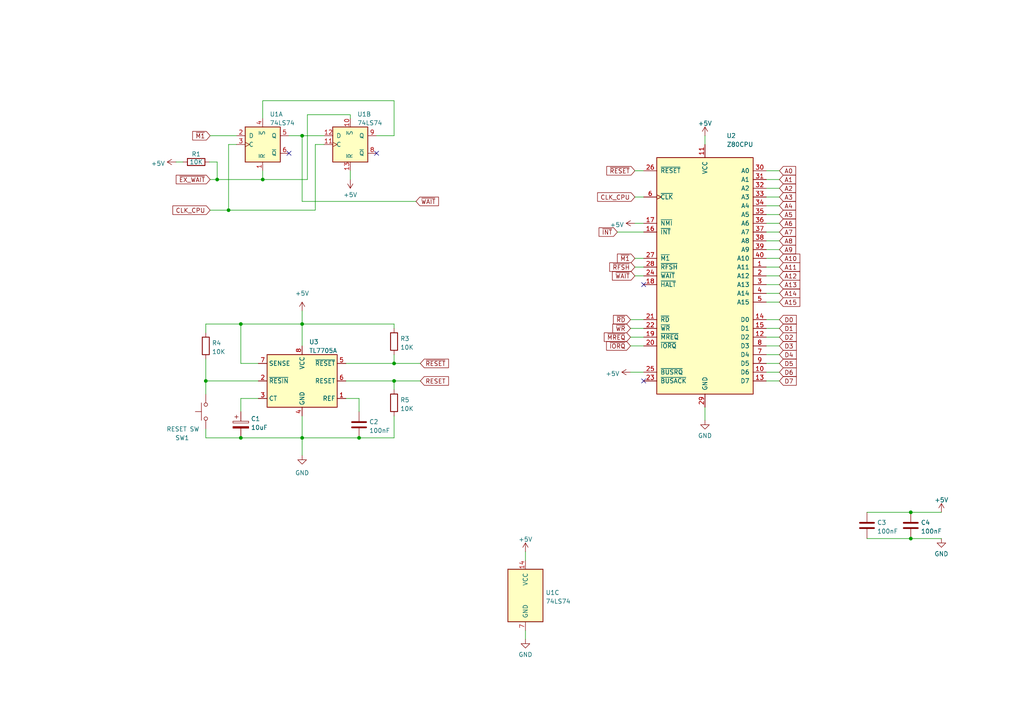
<source format=kicad_sch>
(kicad_sch (version 20250114) (generator "eeschema") (generator_version "9.0")
  (paper "A4")
  (title_block (title "JFF") (date "2025-07-16") (rev "1.1b-TMSHAT") (company "Skoti / herraa1") (comment 1 "Just for Fun - Computer"))
  (lib_symbols
    (symbol "74xx:74LS74" (pin_names (offset 1.016))
      (property "Reference" "U" (at -7.62 8.89 0))
      (property "Value" "74LS74" (at -7.62 -8.89 0))
      (symbol "74LS74_1_0"
        (pin input line (at -7.62 2.54 0) (length 2.54) (name "D") (number "2"))
        (pin input clock (at -7.62 0 0) (length 2.54) (name "C") (number "3"))
        (pin input line (at 0 7.62 270) (length 2.54) (name "~{S}") (number "4"))
        (pin input line (at 0 -7.62 90) (length 2.54) (name "~{R}") (number "1"))
        (pin output line (at 7.62 2.54 180) (length 2.54) (name "Q") (number "5"))
        (pin output line (at 7.62 -2.54 180) (length 2.54) (name "~{Q}") (number "6"))
      )
      (symbol "74LS74_1_1"
        (rectangle (start -5.08 5.08) (end 5.08 -5.08) (stroke (width 0.254)) (fill (type background)))
      )
      (symbol "74LS74_2_0"
        (pin input line (at -7.62 2.54 0) (length 2.54) (name "D") (number "12"))
        (pin input clock (at -7.62 0 0) (length 2.54) (name "C") (number "11"))
        (pin input line (at 0 7.62 270) (length 2.54) (name "~{S}") (number "10"))
        (pin input line (at 0 -7.62 90) (length 2.54) (name "~{R}") (number "13"))
        (pin output line (at 7.62 2.54 180) (length 2.54) (name "Q") (number "9"))
        (pin output line (at 7.62 -2.54 180) (length 2.54) (name "~{Q}") (number "8"))
      )
      (symbol "74LS74_2_1"
        (rectangle (start -5.08 5.08) (end 5.08 -5.08) (stroke (width 0.254)) (fill (type background)))
      )
      (symbol "74LS74_3_0"
        (pin power_in line (at 0 10.16 270) (length 2.54) (name "VCC") (number "14"))
        (pin power_in line (at 0 -10.16 90) (length 2.54) (name "GND") (number "7"))
      )
      (symbol "74LS74_3_1"
        (rectangle (start -5.08 7.62) (end 5.08 -7.62) (stroke (width 0.254)) (fill (type background)))
      )
    )
    (symbol "CPU:Z80CPU" (pin_names (offset 1.016))
      (property "Reference" "U" (at -13.97 35.56 0))
      (property "Value" "Z80CPU" (at 6.35 35.56 0))
      (symbol "Z80CPU_0_1"
        (rectangle (start -13.97 34.29) (end 13.97 -34.29) (stroke (width 0.254)) (fill (type background)))
      )
      (symbol "Z80CPU_1_1"
        (pin input line (at -17.78 30.48 0) (length 3.81) (name "~{RESET}") (number "26"))
        (pin input clock (at -17.78 22.86 0) (length 3.81) (name "~{CLK}") (number "6"))
        (pin input line (at -17.78 15.24 0) (length 3.81) (name "~{NMI}") (number "17"))
        (pin input line (at -17.78 12.7 0) (length 3.81) (name "~{INT}") (number "16"))
        (pin output line (at -17.78 5.08 0) (length 3.81) (name "~{M1}") (number "27"))
        (pin output line (at -17.78 2.54 0) (length 3.81) (name "~{RFSH}") (number "28"))
        (pin input line (at -17.78 0 0) (length 3.81) (name "~{WAIT}") (number "24"))
        (pin output line (at -17.78 -2.54 0) (length 3.81) (name "~{HALT}") (number "18"))
        (pin output line (at -17.78 -12.7 0) (length 3.81) (name "~{RD}") (number "21"))
        (pin output line (at -17.78 -15.24 0) (length 3.81) (name "~{WR}") (number "22"))
        (pin output line (at -17.78 -17.78 0) (length 3.81) (name "~{MREQ}") (number "19"))
        (pin output line (at -17.78 -20.32 0) (length 3.81) (name "~{IORQ}") (number "20"))
        (pin input line (at -17.78 -27.94 0) (length 3.81) (name "~{BUSRQ}") (number "25"))
        (pin output line (at -17.78 -30.48 0) (length 3.81) (name "~{BUSACK}") (number "23"))
        (pin power_in line (at 0 38.1 270) (length 3.81) (name "VCC") (number "11"))
        (pin power_in line (at 0 -38.1 90) (length 3.81) (name "GND") (number "29"))
        (pin output line (at 17.78 30.48 180) (length 3.81) (name "A0") (number "30"))
        (pin output line (at 17.78 27.94 180) (length 3.81) (name "A1") (number "31"))
        (pin output line (at 17.78 25.4 180) (length 3.81) (name "A2") (number "32"))
        (pin output line (at 17.78 22.86 180) (length 3.81) (name "A3") (number "33"))
        (pin output line (at 17.78 20.32 180) (length 3.81) (name "A4") (number "34"))
        (pin output line (at 17.78 17.78 180) (length 3.81) (name "A5") (number "35"))
        (pin output line (at 17.78 15.24 180) (length 3.81) (name "A6") (number "36"))
        (pin output line (at 17.78 12.7 180) (length 3.81) (name "A7") (number "37"))
        (pin output line (at 17.78 10.16 180) (length 3.81) (name "A8") (number "38"))
        (pin output line (at 17.78 7.62 180) (length 3.81) (name "A9") (number "39"))
        (pin output line (at 17.78 5.08 180) (length 3.81) (name "A10") (number "40"))
        (pin output line (at 17.78 2.54 180) (length 3.81) (name "A11") (number "1"))
        (pin output line (at 17.78 0 180) (length 3.81) (name "A12") (number "2"))
        (pin output line (at 17.78 -2.54 180) (length 3.81) (name "A13") (number "3"))
        (pin output line (at 17.78 -5.08 180) (length 3.81) (name "A14") (number "4"))
        (pin output line (at 17.78 -7.62 180) (length 3.81) (name "A15") (number "5"))
        (pin bidirectional line (at 17.78 -12.7 180) (length 3.81) (name "D0") (number "14"))
        (pin bidirectional line (at 17.78 -15.24 180) (length 3.81) (name "D1") (number "15"))
        (pin bidirectional line (at 17.78 -17.78 180) (length 3.81) (name "D2") (number "12"))
        (pin bidirectional line (at 17.78 -20.32 180) (length 3.81) (name "D3") (number "8"))
        (pin bidirectional line (at 17.78 -22.86 180) (length 3.81) (name "D4") (number "7"))
        (pin bidirectional line (at 17.78 -25.4 180) (length 3.81) (name "D5") (number "9"))
        (pin bidirectional line (at 17.78 -27.94 180) (length 3.81) (name "D6") (number "10"))
        (pin bidirectional line (at 17.78 -30.48 180) (length 3.81) (name "D7") (number "13"))
      )
    )
    (symbol "Device:C" (pin_numbers (hide yes)) (pin_names (offset 0.254))
      (property "Reference" "C" (at 0.635 2.54 0))
      (property "Value" "C" (at 0.635 -2.54 0))
      (symbol "C_0_1"
        (polyline (pts (xy -2.032 0.762) (xy 2.032 0.762)) (stroke (width 0.508)))
        (polyline (pts (xy -2.032 -0.762) (xy 2.032 -0.762)) (stroke (width 0.508)))
      )
      (symbol "C_1_1"
        (pin passive line (at 0 3.81 270) (length 2.794) (name "~") (number "1"))
        (pin passive line (at 0 -3.81 90) (length 2.794) (name "~") (number "2"))
      )
    )
    (symbol "Device:C_Polarized" (pin_numbers (hide yes)) (pin_names (offset 0.254))
      (property "Reference" "C" (at 0.635 2.54 0))
      (property "Value" "C_Polarized" (at 0.635 -2.54 0))
      (symbol "C_Polarized_0_1"
        (rectangle (start -2.286 0.508) (end 2.286 1.016))
        (polyline (pts (xy -1.778 2.286) (xy -0.762 2.286)))
        (polyline (pts (xy -1.27 2.794) (xy -1.27 1.778)))
        (rectangle (start 2.286 -0.508) (end -2.286 -1.016) (fill (type outline)))
      )
      (symbol "C_Polarized_1_1"
        (pin passive line (at 0 3.81 270) (length 2.794) (name "~") (number "1"))
        (pin passive line (at 0 -3.81 90) (length 2.794) (name "~") (number "2"))
      )
    )
    (symbol "Device:R" (pin_numbers (hide yes)) (pin_names (offset 0))
      (property "Reference" "R" (at 2.032 0 90))
      (property "Value" "R" (at 0 0 90))
      (symbol "R_0_1"
        (rectangle (start -1.016 -2.54) (end 1.016 2.54) (stroke (width 0.254)))
      )
      (symbol "R_1_1"
        (pin passive line (at 0 3.81 270) (length 1.27) (name "~") (number "1"))
        (pin passive line (at 0 -3.81 90) (length 1.27) (name "~") (number "2"))
      )
    )
    (symbol "Power_Supervisor:TL7705A"
      (property "Reference" "U" (at -8.89 8.89 0))
      (property "Value" "TL7705A" (at 10.16 8.89 0))
      (symbol "TL7705A_0_1"
        (rectangle (start -10.16 7.62) (end 10.16 -7.62) (stroke (width 0.254)) (fill (type background)))
      )
      (symbol "TL7705A_1_1"
        (pin input line (at -12.7 5.08 0) (length 2.54) (name "SENSE") (number "7"))
        (pin input line (at -12.7 0 0) (length 2.54) (name "~{RESIN}") (number "2"))
        (pin passive line (at -12.7 -5.08 0) (length 2.54) (name "CT") (number "3"))
        (pin power_in line (at 0 10.16 270) (length 2.54) (name "VCC") (number "8"))
        (pin power_in line (at 0 -10.16 90) (length 2.54) (name "GND") (number "4"))
        (pin open_collector line (at 12.7 5.08 180) (length 2.54) (name "~{RESET}") (number "5"))
        (pin open_collector line (at 12.7 0 180) (length 2.54) (name "RESET") (number "6"))
        (pin output line (at 12.7 -5.08 180) (length 2.54) (name "REF") (number "1"))
      )
    )
    (symbol "Switch:SW_Push" (pin_numbers (hide yes)) (pin_names (offset 1.016) (hide yes))
      (property "Reference" "SW" (at 1.27 2.54 0))
      (property "Value" "SW_Push" (at 0 -1.524 0))
      (symbol "SW_Push_0_1"
        (circle (center -2.032 0) (radius 0.508))
        (polyline (pts (xy 0 1.27) (xy 0 3.048)))
        (circle (center 2.032 0) (radius 0.508))
        (polyline (pts (xy 2.54 1.27) (xy -2.54 1.27)))
        (pin passive line (at -5.08 0 0) (length 2.54) (name "1") (number "1"))
        (pin passive line (at 5.08 0 180) (length 2.54) (name "2") (number "2"))
      )
    )
    (symbol "power:+5V" (power) (pin_names (offset 0))
      (property "Value" "+5V" (at 0 3.556 0))
      (symbol "+5V_0_1"
        (polyline (pts (xy -0.762 1.27) (xy 0 2.54)))
        (polyline (pts (xy 0 2.54) (xy 0.762 1.27)))
        (polyline (pts (xy 0 0) (xy 0 2.54)))
      )
      (symbol "+5V_1_1"
        (pin power_in line (at 0 0 90) (length 0) (hide yes) (name "+5V") (number "1"))
      )
    )
    (symbol "power:GND" (power) (pin_names (offset 0))
      (property "Value" "GND" (at 0 -3.81 0))
      (symbol "GND_0_1"
        (polyline (pts (xy 0 0) (xy 0 -1.27) (xy 1.27 -1.27) (xy 0 -2.54) (xy -1.27 -1.27) (xy 0 -1.27)))
      )
      (symbol "GND_1_1"
        (pin power_in line (at 0 0 270) (length 0) (hide yes) (name "GND") (number "1"))
      )
    )
  )
  (junction (at 264.16 148.59))
  (junction (at 69.85 93.98))
  (junction (at 62.992 52.07))
  (junction (at 66.294 60.96))
  (junction (at 87.63 127))
  (junction (at 87.63 39.37))
  (junction (at 114.3 110.49))
  (junction (at 114.3 105.41))
  (junction (at 76.2 52.07))
  (junction (at 69.85 127))
  (junction (at 87.63 93.98))
  (junction (at 104.14 127))
  (junction (at 264.16 156.21))
  (junction (at 59.69 110.49))
  (no_connect (at 109.22 44.45))
  (no_connect (at 186.69 110.49))
  (no_connect (at 186.69 82.55))
  (no_connect (at 83.82 44.45))
  (wire (pts (xy 114.3 39.37) (xy 109.22 39.37)))
  (wire (pts (xy 69.85 119.38) (xy 69.85 115.57)))
  (wire (pts (xy 87.63 93.98) (xy 87.63 100.33)))
  (wire (pts (xy 104.14 115.57) (xy 100.33 115.57)))
  (wire (pts (xy 251.46 156.21) (xy 264.16 156.21)))
  (wire (pts (xy 62.992 52.07) (xy 76.2 52.07)))
  (wire (pts (xy 222.25 52.07) (xy 226.06 52.07)))
  (wire (pts (xy 222.25 82.55) (xy 226.06 82.55)))
  (wire (pts (xy 182.88 92.71) (xy 186.69 92.71)))
  (wire (pts (xy 87.63 93.98) (xy 114.3 93.98)))
  (wire (pts (xy 60.96 52.07) (xy 62.992 52.07)))
  (wire (pts (xy 222.25 100.33) (xy 226.06 100.33)))
  (wire (pts (xy 114.3 93.98) (xy 114.3 95.25)))
  (wire (pts (xy 69.85 93.98) (xy 87.63 93.98)))
  (wire (pts (xy 264.16 148.59) (xy 273.05 148.59)))
  (wire (pts (xy 222.25 92.71) (xy 226.06 92.71)))
  (wire (pts (xy 60.706 46.99) (xy 62.992 46.99)))
  (wire (pts (xy 76.2 29.21) (xy 76.2 34.29)))
  (wire (pts (xy 152.4 182.88) (xy 152.4 185.42)))
  (wire (pts (xy 59.69 110.49) (xy 59.69 104.14)))
  (wire (pts (xy 100.33 105.41) (xy 114.3 105.41)))
  (wire (pts (xy 222.25 80.01) (xy 226.06 80.01)))
  (wire (pts (xy 222.25 49.53) (xy 226.06 49.53)))
  (wire (pts (xy 59.69 93.98) (xy 59.69 96.52)))
  (wire (pts (xy 69.85 105.41) (xy 69.85 93.98)))
  (wire (pts (xy 62.992 46.99) (xy 62.992 52.07)))
  (wire (pts (xy 222.25 87.63) (xy 226.06 87.63)))
  (wire (pts (xy 222.25 107.95) (xy 226.06 107.95)))
  (wire (pts (xy 184.15 64.77) (xy 186.69 64.77)))
  (wire (pts (xy 222.25 110.49) (xy 226.06 110.49)))
  (wire (pts (xy 87.63 127) (xy 87.63 132.08)))
  (wire (pts (xy 222.25 95.25) (xy 226.06 95.25)))
  (wire (pts (xy 222.25 77.47) (xy 226.06 77.47)))
  (wire (pts (xy 182.88 107.95) (xy 186.69 107.95)))
  (wire (pts (xy 184.15 57.15) (xy 186.69 57.15)))
  (wire (pts (xy 87.63 120.65) (xy 87.63 127)))
  (wire (pts (xy 264.16 156.21) (xy 273.05 156.21)))
  (wire (pts (xy 222.25 59.69) (xy 226.06 59.69)))
  (wire (pts (xy 114.3 102.87) (xy 114.3 105.41)))
  (wire (pts (xy 182.88 100.33) (xy 186.69 100.33)))
  (wire (pts (xy 222.25 74.93) (xy 226.06 74.93)))
  (wire (pts (xy 179.07 67.31) (xy 186.69 67.31)))
  (wire (pts (xy 182.88 95.25) (xy 186.69 95.25)))
  (wire (pts (xy 251.46 148.59) (xy 264.16 148.59)))
  (wire (pts (xy 69.85 127) (xy 87.63 127)))
  (wire (pts (xy 69.85 93.98) (xy 59.69 93.98)))
  (wire (pts (xy 114.3 29.21) (xy 114.3 39.37)))
  (wire (pts (xy 222.25 72.39) (xy 226.06 72.39)))
  (wire (pts (xy 59.69 110.49) (xy 74.93 110.49)))
  (wire (pts (xy 59.69 110.49) (xy 59.69 114.3)))
  (wire (pts (xy 222.25 62.23) (xy 226.06 62.23)))
  (wire (pts (xy 152.4 160.02) (xy 152.4 162.56)))
  (wire (pts (xy 184.15 74.93) (xy 186.69 74.93)))
  (wire (pts (xy 87.63 39.37) (xy 87.63 58.42)))
  (wire (pts (xy 76.2 49.53) (xy 76.2 52.07)))
  (wire (pts (xy 184.15 80.01) (xy 186.69 80.01)))
  (wire (pts (xy 222.25 57.15) (xy 226.06 57.15)))
  (wire (pts (xy 66.294 41.91) (xy 68.58 41.91)))
  (wire (pts (xy 87.63 127) (xy 104.14 127)))
  (wire (pts (xy 69.85 115.57) (xy 74.93 115.57)))
  (wire (pts (xy 87.63 58.42) (xy 120.65 58.42)))
  (wire (pts (xy 222.25 85.09) (xy 226.06 85.09)))
  (wire (pts (xy 222.25 54.61) (xy 226.06 54.61)))
  (wire (pts (xy 222.25 105.41) (xy 226.06 105.41)))
  (wire (pts (xy 114.3 110.49) (xy 121.92 110.49)))
  (wire (pts (xy 114.3 127) (xy 114.3 120.65)))
  (wire (pts (xy 59.69 127) (xy 69.85 127)))
  (wire (pts (xy 182.88 97.79) (xy 186.69 97.79)))
  (wire (pts (xy 101.6 49.53) (xy 101.6 52.07)))
  (wire (pts (xy 66.294 60.96) (xy 66.294 41.91)))
  (wire (pts (xy 59.69 127) (xy 59.69 124.46)))
  (wire (pts (xy 87.63 39.37) (xy 93.98 39.37)))
  (wire (pts (xy 60.96 60.96) (xy 66.294 60.96)))
  (wire (pts (xy 222.25 97.79) (xy 226.06 97.79)))
  (wire (pts (xy 100.33 110.49) (xy 114.3 110.49)))
  (wire (pts (xy 91.44 60.96) (xy 91.44 41.91)))
  (wire (pts (xy 222.25 69.85) (xy 226.06 69.85)))
  (wire (pts (xy 222.25 102.87) (xy 226.06 102.87)))
  (wire (pts (xy 222.25 67.31) (xy 226.06 67.31)))
  (wire (pts (xy 101.6 34.29) (xy 101.6 33.274)))
  (wire (pts (xy 91.44 41.91) (xy 93.98 41.91)))
  (wire (pts (xy 184.15 49.53) (xy 186.69 49.53)))
  (wire (pts (xy 51.054 46.99) (xy 53.086 46.99)))
  (wire (pts (xy 89.154 52.07) (xy 76.2 52.07)))
  (wire (pts (xy 76.2 29.21) (xy 114.3 29.21)))
  (wire (pts (xy 83.82 39.37) (xy 87.63 39.37)))
  (wire (pts (xy 60.96 39.37) (xy 68.58 39.37)))
  (wire (pts (xy 104.14 119.38) (xy 104.14 115.57)))
  (wire (pts (xy 101.6 33.274) (xy 89.154 33.274)))
  (wire (pts (xy 114.3 105.41) (xy 121.92 105.41)))
  (wire (pts (xy 89.154 33.274) (xy 89.154 52.07)))
  (wire (pts (xy 222.25 64.77) (xy 226.06 64.77)))
  (wire (pts (xy 184.15 77.47) (xy 186.69 77.47)))
  (wire (pts (xy 66.294 60.96) (xy 91.44 60.96)))
  (wire (pts (xy 204.47 39.37) (xy 204.47 41.91)))
  (wire (pts (xy 204.47 118.11) (xy 204.47 121.92)))
  (wire (pts (xy 69.85 105.41) (xy 74.93 105.41)))
  (wire (pts (xy 104.14 127) (xy 114.3 127)))
  (wire (pts (xy 114.3 110.49) (xy 114.3 113.03)))
  (wire (pts (xy 87.63 90.17) (xy 87.63 93.98)))
  (global_label "A11" (shape input) (at 226.06 77.47 0) (property "Intersheetrefs" "${INTERSHEET_REFS}" (effects (hide yes))))
  (global_label "A15" (shape input) (at 226.06 87.63 0) (property "Intersheetrefs" "${INTERSHEET_REFS}" (effects (hide yes))))
  (global_label "D5" (shape input) (at 226.06 105.41 0) (property "Intersheetrefs" "${INTERSHEET_REFS}" (effects (hide yes))))
  (global_label "CLK_CPU" (shape input) (at 60.96 60.96 180) (property "Intersheetrefs" "${INTERSHEET_REFS}" (effects (hide yes))))
  (global_label "D7" (shape input) (at 226.06 110.49 0) (property "Intersheetrefs" "${INTERSHEET_REFS}" (effects (hide yes))))
  (global_label "~{IORQ}" (shape input) (at 182.88 100.33 180) (property "Intersheetrefs" "${INTERSHEET_REFS}" (effects (hide yes))))
  (global_label "~{M1}" (shape input) (at 60.96 39.37 180) (property "Intersheetrefs" "${INTERSHEET_REFS}" (effects (hide yes))))
  (global_label "A0" (shape input) (at 226.06 49.53 0) (property "Intersheetrefs" "${INTERSHEET_REFS}" (effects (hide yes))))
  (global_label "~{INT}" (shape input) (at 179.07 67.31 180) (property "Intersheetrefs" "${INTERSHEET_REFS}" (effects (hide yes))))
  (global_label "RESET" (shape input) (at 121.92 110.49 0) (property "Intersheetrefs" "${INTERSHEET_REFS}" (effects (hide yes))))
  (global_label "A14" (shape input) (at 226.06 85.09 0) (property "Intersheetrefs" "${INTERSHEET_REFS}" (effects (hide yes))))
  (global_label "A10" (shape input) (at 226.06 74.93 0) (property "Intersheetrefs" "${INTERSHEET_REFS}" (effects (hide yes))))
  (global_label "A9" (shape input) (at 226.06 72.39 0) (property "Intersheetrefs" "${INTERSHEET_REFS}" (effects (hide yes))))
  (global_label "~{WAIT}" (shape input) (at 184.15 80.01 180) (property "Intersheetrefs" "${INTERSHEET_REFS}" (effects (hide yes))))
  (global_label "~{WR}" (shape input) (at 182.88 95.25 180) (property "Intersheetrefs" "${INTERSHEET_REFS}" (effects (hide yes))))
  (global_label "D3" (shape input) (at 226.06 100.33 0) (property "Intersheetrefs" "${INTERSHEET_REFS}" (effects (hide yes))))
  (global_label "A1" (shape input) (at 226.06 52.07 0) (property "Intersheetrefs" "${INTERSHEET_REFS}" (effects (hide yes))))
  (global_label "~{RFSH}" (shape input) (at 184.15 77.47 180) (property "Intersheetrefs" "${INTERSHEET_REFS}" (effects (hide yes))))
  (global_label "A2" (shape input) (at 226.06 54.61 0) (property "Intersheetrefs" "${INTERSHEET_REFS}" (effects (hide yes))))
  (global_label "~{EX_WAIT}" (shape input) (at 60.96 52.07 180) (property "Intersheetrefs" "${INTERSHEET_REFS}" (effects (hide yes))))
  (global_label "~{RD}" (shape input) (at 182.88 92.71 180) (property "Intersheetrefs" "${INTERSHEET_REFS}" (effects (hide yes))))
  (global_label "~{WAIT}" (shape input) (at 120.65 58.42 0) (property "Intersheetrefs" "${INTERSHEET_REFS}" (effects (hide yes))))
  (global_label "A12" (shape input) (at 226.06 80.01 0) (property "Intersheetrefs" "${INTERSHEET_REFS}" (effects (hide yes))))
  (global_label "~{RESET}" (shape input) (at 184.15 49.53 180) (property "Intersheetrefs" "${INTERSHEET_REFS}" (effects (hide yes))))
  (global_label "D2" (shape input) (at 226.06 97.79 0) (property "Intersheetrefs" "${INTERSHEET_REFS}" (effects (hide yes))))
  (global_label "A3" (shape input) (at 226.06 57.15 0) (property "Intersheetrefs" "${INTERSHEET_REFS}" (effects (hide yes))))
  (global_label "A8" (shape input) (at 226.06 69.85 0) (property "Intersheetrefs" "${INTERSHEET_REFS}" (effects (hide yes))))
  (global_label "CLK_CPU" (shape input) (at 184.15 57.15 180) (property "Intersheetrefs" "${INTERSHEET_REFS}" (effects (hide yes))))
  (global_label "D0" (shape input) (at 226.06 92.71 0) (property "Intersheetrefs" "${INTERSHEET_REFS}" (effects (hide yes))))
  (global_label "~{MREQ}" (shape input) (at 182.88 97.79 180) (property "Intersheetrefs" "${INTERSHEET_REFS}" (effects (hide yes))))
  (global_label "D6" (shape input) (at 226.06 107.95 0) (property "Intersheetrefs" "${INTERSHEET_REFS}" (effects (hide yes))))
  (global_label "D4" (shape input) (at 226.06 102.87 0) (property "Intersheetrefs" "${INTERSHEET_REFS}" (effects (hide yes))))
  (global_label "~{RESET}" (shape input) (at 121.92 105.41 0) (property "Intersheetrefs" "${INTERSHEET_REFS}" (effects (hide yes))))
  (global_label "~{M1}" (shape input) (at 184.15 74.93 180) (property "Intersheetrefs" "${INTERSHEET_REFS}" (effects (hide yes))))
  (global_label "D1" (shape input) (at 226.06 95.25 0) (property "Intersheetrefs" "${INTERSHEET_REFS}" (effects (hide yes))))
  (global_label "A7" (shape input) (at 226.06 67.31 0) (property "Intersheetrefs" "${INTERSHEET_REFS}" (effects (hide yes))))
  (global_label "A6" (shape input) (at 226.06 64.77 0) (property "Intersheetrefs" "${INTERSHEET_REFS}" (effects (hide yes))))
  (global_label "A5" (shape input) (at 226.06 62.23 0) (property "Intersheetrefs" "${INTERSHEET_REFS}" (effects (hide yes))))
  (global_label "A13" (shape input) (at 226.06 82.55 0) (property "Intersheetrefs" "${INTERSHEET_REFS}" (effects (hide yes))))
  (global_label "A4" (shape input) (at 226.06 59.69 0) (property "Intersheetrefs" "${INTERSHEET_REFS}" (effects (hide yes))))
  (symbol (lib_id "CPU:Z80CPU") (at 204.47 80.01 0) (unit 1)
    (property "Reference" "U2" (at 212.09 39.37 0))
    (property "Value" "Z80CPU" (at 214.63 41.91 0))
    (property "Footprint" "Package_DIP:DIP-40_W15.24mm_Socket" (effects (hide yes)))
    (property "Datasheet" "www.zilog.com/manage_directlink.php?filepath=docs/z80/um0080" (effects (hide yes)))
  )
  (symbol (lib_id "power:+5V") (at 51.054 46.99 90) (unit 1)
    (property "Reference" "#PWR0158" (effects (hide yes)))
    (property "Value" "+5V" (at 47.8791 47.4238 90) (effects (justify left)))
  )
  (symbol (lib_id "power:GND") (at 273.05 156.21 0) (unit 1)
    (property "Reference" "#PWR0200" (effects (hide yes)))
    (property "Value" "GND" (at 273.05 160.6534 0))
  )
  (symbol (lib_id "Device:C_Polarized") (at 69.85 123.19 0) (unit 1)
    (property "Reference" "C1" (at 72.771 121.4663 0) (effects (justify left)))
    (property "Value" "10uF" (at 72.771 124.0032 0) (effects (justify left)))
    (property "Footprint" "Capacitor_THT:CP_Radial_D5.0mm_P2.50mm" (effects (hide yes)))
  )
  (symbol (lib_id "Device:C") (at 251.46 152.4 0) (unit 1)
    (property "Reference" "C3" (at 254.381 151.5653 0) (effects (justify left)))
    (property "Value" "100nF" (at 254.381 154.1022 0) (effects (justify left)))
    (property "Footprint" "Capacitor_THT:C_Disc_D3.0mm_W2.0mm_P2.50mm" (effects (hide yes)))
  )
  (symbol (lib_id "Device:C") (at 264.16 152.4 0) (unit 1)
    (property "Reference" "C4" (at 267.081 151.5653 0) (effects (justify left)))
    (property "Value" "100nF" (at 267.081 154.1022 0) (effects (justify left)))
    (property "Footprint" "Capacitor_THT:C_Disc_D3.0mm_W2.0mm_P2.50mm" (effects (hide yes)))
  )
  (symbol (lib_id "Device:C") (at 104.14 123.19 0) (unit 1)
    (property "Reference" "C2" (at 107.061 122.3553 0) (effects (justify left)))
    (property "Value" "100nF" (at 107.061 124.8922 0) (effects (justify left)))
    (property "Footprint" "Capacitor_THT:C_Disc_D3.0mm_W2.0mm_P2.50mm" (effects (hide yes)))
  )
  (symbol (lib_id "power:+5V") (at 204.47 39.37 0) (unit 1)
    (property "Reference" "#PWR0116" (effects (hide yes)))
    (property "Value" "+5V" (at 204.47 35.7942 0))
  )
  (symbol (lib_id "Power_Supervisor:TL7705A") (at 87.63 110.49 0) (unit 1)
    (property "Reference" "U3" (at 89.6494 99.1702 0) (effects (justify left)))
    (property "Value" "TL7705A" (at 89.6494 101.7071 0) (effects (justify left)))
    (property "Footprint" "Package_DIP:DIP-8_W7.62mm_Socket" (effects (hide yes)))
    (property "Datasheet" "http://www.ti.com.cn/cn/lit/ds/symlink/tl7705a.pdf" (effects (hide yes)))
  )
  (symbol (lib_id "power:+5V") (at 101.6 52.07 180) (unit 1)
    (property "Reference" "#PWR0135" (effects (hide yes)))
    (property "Value" "+5V" (at 101.6 56.5134 0))
  )
  (symbol (lib_id "74xx:74LS74") (at 152.4 172.72 0) (unit 3)
    (property "Reference" "U1" (at 158.242 171.8853 0) (effects (justify left)))
    (property "Value" "74LS74" (at 158.242 174.4222 0) (effects (justify left)))
    (property "Footprint" "Package_DIP:DIP-14_W7.62mm_Socket" (effects (hide yes)))
    (property "Datasheet" "74xx/74hc_hct74.pdf" (effects (hide yes)))
  )
  (symbol (lib_id "Device:R") (at 114.3 116.84 0) (unit 1)
    (property "Reference" "R5" (at 116.078 116.0053 0) (effects (justify left)))
    (property "Value" "10K" (at 116.078 118.5422 0) (effects (justify left)))
    (property "Footprint" "Resistor_THT:R_Axial_DIN0204_L3.6mm_D1.6mm_P7.62mm_Horizontal" (effects (hide yes)))
  )
  (symbol (lib_id "power:GND") (at 152.4 185.42 0) (unit 1)
    (property "Reference" "#PWR0180" (effects (hide yes)))
    (property "Value" "GND" (at 152.4 189.8634 0))
  )
  (symbol (lib_id "power:+5V") (at 87.63 90.17 0) (unit 1)
    (property "Reference" "#PWR0118" (effects (hide yes)))
    (property "Value" "+5V" (at 87.63 85.09 0))
  )
  (symbol (lib_id "Switch:SW_Push") (at 59.69 119.38 90) (unit 1)
    (property "Reference" "SW1" (at 50.8 127 90) (effects (justify right)))
    (property "Value" "RESET SW" (at 48.26 124.46 90) (effects (justify right)))
    (property "Footprint" "Button_Switch_THT:SW_Tactile_SPST_Angled_PTS645Vx83-2LFS" (effects (hide yes)))
  )
  (symbol (lib_id "power:+5V") (at 184.15 64.77 90) (unit 1)
    (property "Reference" "#PWR0134" (effects (hide yes)))
    (property "Value" "+5V" (at 180.9751 65.2038 90) (effects (justify left)))
  )
  (symbol (lib_id "power:GND") (at 87.63 132.08 0) (unit 1)
    (property "Reference" "#PWR0119" (effects (hide yes)))
    (property "Value" "GND" (at 87.63 137.16 0))
  )
  (symbol (lib_id "Device:R") (at 56.896 46.99 90) (unit 1)
    (property "Reference" "R1" (at 56.896 44.704 90))
    (property "Value" "10K" (at 56.896 46.99 90))
    (property "Footprint" "Resistor_THT:R_Axial_DIN0204_L3.6mm_D1.6mm_P7.62mm_Horizontal" (effects (hide yes)))
  )
  (symbol (lib_id "power:+5V") (at 182.88 107.95 90) (unit 1)
    (property "Reference" "#PWR0136" (effects (hide yes)))
    (property "Value" "+5V" (at 179.7051 108.3838 90) (effects (justify left)))
  )
  (symbol (lib_id "Device:R") (at 114.3 99.06 0) (unit 1)
    (property "Reference" "R3" (at 116.078 98.2253 0) (effects (justify left)))
    (property "Value" "10K" (at 116.078 100.7622 0) (effects (justify left)))
    (property "Footprint" "Resistor_THT:R_Axial_DIN0204_L3.6mm_D1.6mm_P7.62mm_Horizontal" (effects (hide yes)))
  )
  (symbol (lib_id "Device:R") (at 59.69 100.33 180) (unit 1)
    (property "Reference" "R4" (at 61.468 99.4953 0) (effects (justify right)))
    (property "Value" "10K" (at 61.468 102.0322 0) (effects (justify right)))
    (property "Footprint" "Resistor_THT:R_Axial_DIN0204_L3.6mm_D1.6mm_P7.62mm_Horizontal" (effects (hide yes)))
  )
  (symbol (lib_id "power:+5V") (at 273.05 148.59 0) (unit 1)
    (property "Reference" "#PWR0201" (effects (hide yes)))
    (property "Value" "+5V" (at 273.05 145.0142 0))
  )
  (symbol (lib_id "power:GND") (at 204.47 121.92 0) (unit 1)
    (property "Reference" "#PWR0117" (effects (hide yes)))
    (property "Value" "GND" (at 204.47 126.3634 0))
  )
  (symbol (lib_id "74xx:74LS74") (at 101.6 41.91 0) (unit 2)
    (property "Reference" "U1" (at 103.6194 33.1302 0) (effects (justify left)))
    (property "Value" "74LS74" (at 103.6194 35.6671 0) (effects (justify left)))
    (property "Footprint" "Package_DIP:DIP-14_W7.62mm_Socket" (effects (hide yes)))
    (property "Datasheet" "74xx/74hc_hct74.pdf" (effects (hide yes)))
  )
  (symbol (lib_id "power:+5V") (at 152.4 160.02 0) (unit 1)
    (property "Reference" "#PWR0181" (effects (hide yes)))
    (property "Value" "+5V" (at 152.4 156.4442 0))
  )
  (symbol (lib_id "74xx:74LS74") (at 76.2 41.91 0) (unit 1)
    (property "Reference" "U1" (at 78.2194 33.1302 0) (effects (justify left)))
    (property "Value" "74LS74" (at 78.2194 35.6671 0) (effects (justify left)))
    (property "Footprint" "Package_DIP:DIP-14_W7.62mm_Socket" (effects (hide yes)))
    (property "Datasheet" "74xx/74hc_hct74.pdf" (effects (hide yes)))
  )
)
</source>
